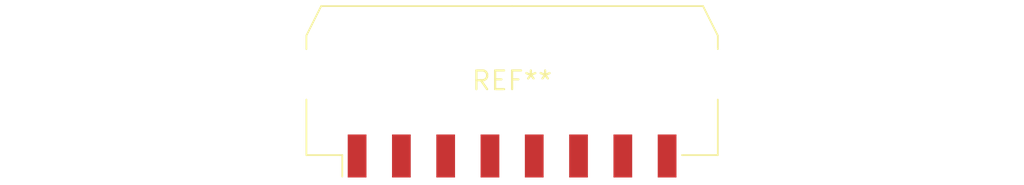
<source format=kicad_pcb>
(kicad_pcb (version 20240108) (generator pcbnew)
  (layers (0 "F.Cu" signal) (31 "B.Cu" signal) (34 "B.Paste" user) (35 "F.Paste" user) (36 "B.SilkS" user "B.Silkscreen") (37 "F.SilkS" user "F.Silkscreen") (38 "B.Mask" user) (39 "F.Mask" user) (44 "Edge.Cuts" user))
  (net 0 "")
  (footprint "Molex_Micro-Fit_3.0_43650-0810_1x08-1MP_P3.00mm_Horizontal_PnP" (layer "F.Cu") (at 0 0)
    (property "Reference" "REF**")
    (property "Value" "Molex_Micro-Fit_3.0_43650-0810_1x08-1MP_P3.00mm_Horizontal_PnP")
    (fp_line (start -13.935 -3.06) (end -13.935 -2.14) (layer "F.SilkS") (stroke (width 0.12)))
    (fp_line (start -13.935 1.29) (end -13.935 5.06) (layer "F.SilkS") (stroke (width 0.12)))
    (fp_line (start -13.935 5.06) (end -11.505 5.06) (layer "F.SilkS") (stroke (width 0.12)))
    (fp_line (start -12.935 -5.06) (end -13.935 -3.06) (layer "F.SilkS") (stroke (width 0.12)))
    (fp_line (start -11.505 5.06) (end -11.505 6.52) (layer "F.SilkS") (stroke (width 0.12)))
    (fp_line (start 0 -5.06) (end -12.935 -5.06) (layer "F.SilkS") (stroke (width 0.12)))
    (fp_line (start 0 -5.06) (end 12.935 -5.06) (layer "F.SilkS") (stroke (width 0.12)))
    (fp_line (start 12.935 -5.06) (end 13.935 -3.06) (layer "F.SilkS") (stroke (width 0.12)))
    (fp_line (start 13.935 -3.06) (end 13.935 -2.14) (layer "F.SilkS") (stroke (width 0.12)))
    (fp_line (start 13.935 1.29) (end 13.935 5.06) (layer "F.SilkS") (stroke (width 0.12)))
    (fp_line (start 13.935 5.06) (end 11.505 5.06) (layer "F.SilkS") (stroke (width 0.12)))
    (pad "1" smd rect (at -10.5 5.12) (size 1.27 2.92) (layers "F.Cu" "F.Paste" "F.Mask"))
    (pad "2" smd rect (at -7.5 5.12) (size 1.27 2.92) (layers "F.Cu" "F.Paste" "F.Mask"))
    (pad "3" smd rect (at -4.5 5.12) (size 1.27 2.92) (layers "F.Cu" "F.Paste" "F.Mask"))
    (pad "4" smd rect (at -1.5 5.12) (size 1.27 2.92) (layers "F.Cu" "F.Paste" "F.Mask"))
    (pad "5" smd rect (at 1.5 5.12) (size 1.27 2.92) (layers "F.Cu" "F.Paste" "F.Mask"))
    (pad "6" smd rect (at 4.5 5.12) (size 1.27 2.92) (layers "F.Cu" "F.Paste" "F.Mask"))
    (pad "7" smd rect (at 7.5 5.12) (size 1.27 2.92) (layers "F.Cu" "F.Paste" "F.Mask"))
    (pad "8" smd rect (at 10.5 5.12) (size 1.27 2.92) (layers "F.Cu" "F.Paste" "F.Mask"))
    (pad "MP" thru_hole circle (at -12.65 -0.35) (size 2.84 2.84) (drill 2.54) (layers *.Cu *.Mask) (remove_unused_layers))
    (pad "MP" thru_hole circle (at 12.65 -0.35) (size 2.84 2.84) (drill 2.54) (layers *.Cu *.Mask) (remove_unused_layers))
  )
)
</source>
